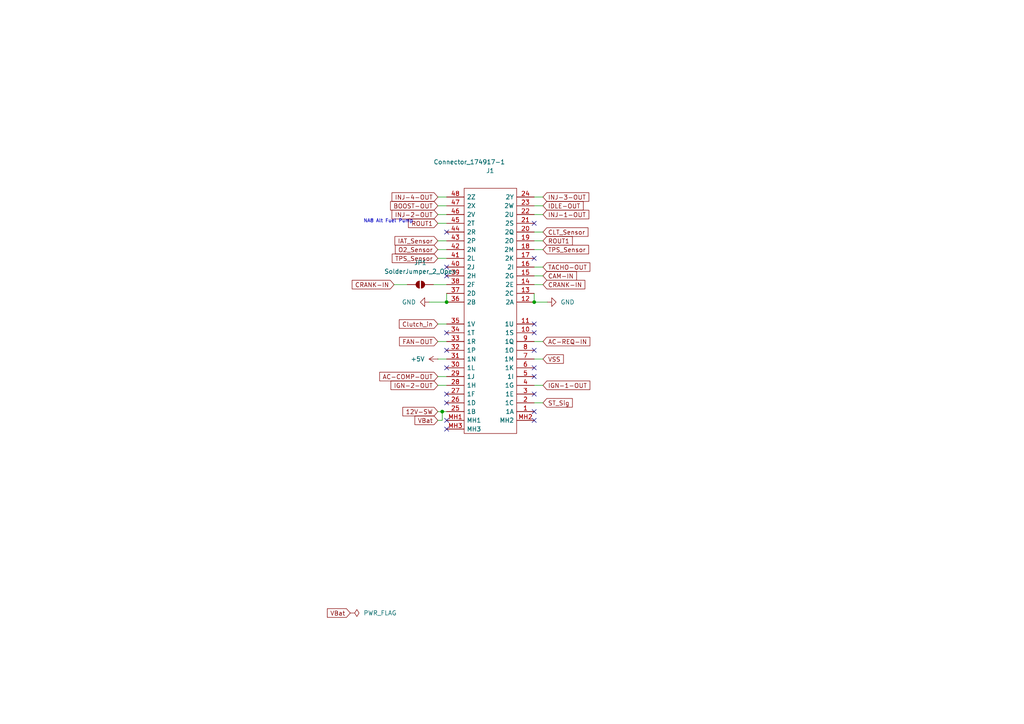
<source format=kicad_sch>
(kicad_sch
	(version 20231120)
	(generator "eeschema")
	(generator_version "8.0")
	(uuid "59135c3a-3fb0-467b-b009-6e3a3fa2d5b6")
	(paper "A4")
	(lib_symbols
		(symbol "Jumper:SolderJumper_2_Open"
			(pin_numbers hide)
			(pin_names
				(offset 0) hide)
			(exclude_from_sim yes)
			(in_bom no)
			(on_board yes)
			(property "Reference" "JP"
				(at 0 2.032 0)
				(effects
					(font
						(size 1.27 1.27)
					)
				)
			)
			(property "Value" "SolderJumper_2_Open"
				(at 0 -2.54 0)
				(effects
					(font
						(size 1.27 1.27)
					)
				)
			)
			(property "Footprint" ""
				(at 0 0 0)
				(effects
					(font
						(size 1.27 1.27)
					)
					(hide yes)
				)
			)
			(property "Datasheet" "~"
				(at 0 0 0)
				(effects
					(font
						(size 1.27 1.27)
					)
					(hide yes)
				)
			)
			(property "Description" "Solder Jumper, 2-pole, open"
				(at 0 0 0)
				(effects
					(font
						(size 1.27 1.27)
					)
					(hide yes)
				)
			)
			(property "ki_keywords" "solder jumper SPST"
				(at 0 0 0)
				(effects
					(font
						(size 1.27 1.27)
					)
					(hide yes)
				)
			)
			(property "ki_fp_filters" "SolderJumper*Open*"
				(at 0 0 0)
				(effects
					(font
						(size 1.27 1.27)
					)
					(hide yes)
				)
			)
			(symbol "SolderJumper_2_Open_0_1"
				(arc
					(start -0.254 1.016)
					(mid -1.2656 0)
					(end -0.254 -1.016)
					(stroke
						(width 0)
						(type default)
					)
					(fill
						(type none)
					)
				)
				(arc
					(start -0.254 1.016)
					(mid -1.2656 0)
					(end -0.254 -1.016)
					(stroke
						(width 0)
						(type default)
					)
					(fill
						(type outline)
					)
				)
				(polyline
					(pts
						(xy -0.254 1.016) (xy -0.254 -1.016)
					)
					(stroke
						(width 0)
						(type default)
					)
					(fill
						(type none)
					)
				)
				(polyline
					(pts
						(xy 0.254 1.016) (xy 0.254 -1.016)
					)
					(stroke
						(width 0)
						(type default)
					)
					(fill
						(type none)
					)
				)
				(arc
					(start 0.254 -1.016)
					(mid 1.2656 0)
					(end 0.254 1.016)
					(stroke
						(width 0)
						(type default)
					)
					(fill
						(type none)
					)
				)
				(arc
					(start 0.254 -1.016)
					(mid 1.2656 0)
					(end 0.254 1.016)
					(stroke
						(width 0)
						(type default)
					)
					(fill
						(type outline)
					)
				)
			)
			(symbol "SolderJumper_2_Open_1_1"
				(pin passive line
					(at -3.81 0 0)
					(length 2.54)
					(name "A"
						(effects
							(font
								(size 1.27 1.27)
							)
						)
					)
					(number "1"
						(effects
							(font
								(size 1.27 1.27)
							)
						)
					)
				)
				(pin passive line
					(at 3.81 0 180)
					(length 2.54)
					(name "B"
						(effects
							(font
								(size 1.27 1.27)
							)
						)
					)
					(number "2"
						(effects
							(font
								(size 1.27 1.27)
							)
						)
					)
				)
			)
		)
		(symbol "miatuino:174917-1-Connector"
			(pin_names
				(offset 0.762)
			)
			(exclude_from_sim no)
			(in_bom yes)
			(on_board yes)
			(property "Reference" "J"
				(at 40.64 -6.35 0)
				(effects
					(font
						(size 1.27 1.27)
					)
					(justify left)
				)
			)
			(property "Value" "Connector_174917-1"
				(at 26.67 -6.35 0)
				(effects
					(font
						(size 1.27 1.27)
					)
					(justify left)
				)
			)
			(property "Footprint" "1749171"
				(at 40.64 -11.43 0)
				(effects
					(font
						(size 1.27 1.27)
					)
					(justify left)
					(hide yes)
				)
			)
			(property "Datasheet" "http://uk.rs-online.com/web/p/products/7201001P"
				(at 40.64 -13.97 0)
				(effects
					(font
						(size 1.27 1.27)
					)
					(justify left)
					(hide yes)
				)
			)
			(property "Description" "0.40/0.70 Hybrid Housing,cap,r/a,DR,48w"
				(at 40.64 -16.51 0)
				(effects
					(font
						(size 1.27 1.27)
					)
					(justify left)
					(hide yes)
				)
			)
			(property "Height" "22.2"
				(at 40.64 -19.05 0)
				(effects
					(font
						(size 1.27 1.27)
					)
					(justify left)
					(hide yes)
				)
			)
			(property "RS Part Number" "7201001P"
				(at 40.64 -21.59 0)
				(effects
					(font
						(size 1.27 1.27)
					)
					(justify left)
					(hide yes)
				)
			)
			(property "RS Price/Stock" "http://uk.rs-online.com/web/p/products/7201001P"
				(at 40.64 -24.13 0)
				(effects
					(font
						(size 1.27 1.27)
					)
					(justify left)
					(hide yes)
				)
			)
			(property "Manufacturer_Name" "TE Connectivity"
				(at 40.64 -26.67 0)
				(effects
					(font
						(size 1.27 1.27)
					)
					(justify left)
					(hide yes)
				)
			)
			(property "Manufacturer_Part_Number" "174917-1"
				(at 40.64 -29.21 0)
				(effects
					(font
						(size 1.27 1.27)
					)
					(justify left)
					(hide yes)
				)
			)
			(property "Allied_Number" "70284153"
				(at 40.64 -31.75 0)
				(effects
					(font
						(size 1.27 1.27)
					)
					(justify left)
					(hide yes)
				)
			)
			(symbol "174917-1-Connector_0_0"
				(pin bidirectional line
					(at 44.45 -72.39 180)
					(length 5.08)
					(name "1A"
						(effects
							(font
								(size 1.27 1.27)
							)
						)
					)
					(number "1"
						(effects
							(font
								(size 1.27 1.27)
							)
						)
					)
				)
				(pin bidirectional line
					(at 44.45 -49.53 180)
					(length 5.08)
					(name "1S"
						(effects
							(font
								(size 1.27 1.27)
							)
						)
					)
					(number "10"
						(effects
							(font
								(size 1.27 1.27)
							)
						)
					)
				)
				(pin bidirectional line
					(at 44.45 -46.99 180)
					(length 5.08)
					(name "1U"
						(effects
							(font
								(size 1.27 1.27)
							)
						)
					)
					(number "11"
						(effects
							(font
								(size 1.27 1.27)
							)
						)
					)
				)
				(pin bidirectional line
					(at 44.45 -40.64 180)
					(length 5.08)
					(name "2A"
						(effects
							(font
								(size 1.27 1.27)
							)
						)
					)
					(number "12"
						(effects
							(font
								(size 1.27 1.27)
							)
						)
					)
				)
				(pin bidirectional line
					(at 44.45 -38.1 180)
					(length 5.08)
					(name "2C"
						(effects
							(font
								(size 1.27 1.27)
							)
						)
					)
					(number "13"
						(effects
							(font
								(size 1.27 1.27)
							)
						)
					)
				)
				(pin bidirectional line
					(at 44.45 -35.56 180)
					(length 5.08)
					(name "2E"
						(effects
							(font
								(size 1.27 1.27)
							)
						)
					)
					(number "14"
						(effects
							(font
								(size 1.27 1.27)
							)
						)
					)
				)
				(pin bidirectional line
					(at 44.45 -33.02 180)
					(length 5.08)
					(name "2G"
						(effects
							(font
								(size 1.27 1.27)
							)
						)
					)
					(number "15"
						(effects
							(font
								(size 1.27 1.27)
							)
						)
					)
				)
				(pin bidirectional line
					(at 44.45 -30.48 180)
					(length 5.08)
					(name "2I"
						(effects
							(font
								(size 1.27 1.27)
							)
						)
					)
					(number "16"
						(effects
							(font
								(size 1.27 1.27)
							)
						)
					)
				)
				(pin bidirectional line
					(at 44.45 -27.94 180)
					(length 5.08)
					(name "2K"
						(effects
							(font
								(size 1.27 1.27)
							)
						)
					)
					(number "17"
						(effects
							(font
								(size 1.27 1.27)
							)
						)
					)
				)
				(pin bidirectional line
					(at 44.45 -25.4 180)
					(length 5.08)
					(name "2M"
						(effects
							(font
								(size 1.27 1.27)
							)
						)
					)
					(number "18"
						(effects
							(font
								(size 1.27 1.27)
							)
						)
					)
				)
				(pin bidirectional line
					(at 44.45 -22.86 180)
					(length 5.08)
					(name "2O"
						(effects
							(font
								(size 1.27 1.27)
							)
						)
					)
					(number "19"
						(effects
							(font
								(size 1.27 1.27)
							)
						)
					)
				)
				(pin bidirectional line
					(at 44.45 -69.85 180)
					(length 5.08)
					(name "1C"
						(effects
							(font
								(size 1.27 1.27)
							)
						)
					)
					(number "2"
						(effects
							(font
								(size 1.27 1.27)
							)
						)
					)
				)
				(pin bidirectional line
					(at 44.45 -20.32 180)
					(length 5.08)
					(name "2Q"
						(effects
							(font
								(size 1.27 1.27)
							)
						)
					)
					(number "20"
						(effects
							(font
								(size 1.27 1.27)
							)
						)
					)
				)
				(pin bidirectional line
					(at 44.45 -17.78 180)
					(length 5.08)
					(name "2S"
						(effects
							(font
								(size 1.27 1.27)
							)
						)
					)
					(number "21"
						(effects
							(font
								(size 1.27 1.27)
							)
						)
					)
				)
				(pin bidirectional line
					(at 44.45 -15.24 180)
					(length 5.08)
					(name "2U"
						(effects
							(font
								(size 1.27 1.27)
							)
						)
					)
					(number "22"
						(effects
							(font
								(size 1.27 1.27)
							)
						)
					)
				)
				(pin bidirectional line
					(at 44.45 -12.7 180)
					(length 5.08)
					(name "2W"
						(effects
							(font
								(size 1.27 1.27)
							)
						)
					)
					(number "23"
						(effects
							(font
								(size 1.27 1.27)
							)
						)
					)
				)
				(pin bidirectional line
					(at 44.45 -10.16 180)
					(length 5.08)
					(name "2Y"
						(effects
							(font
								(size 1.27 1.27)
							)
						)
					)
					(number "24"
						(effects
							(font
								(size 1.27 1.27)
							)
						)
					)
				)
				(pin bidirectional line
					(at 19.05 -72.39 0)
					(length 5.08)
					(name "1B"
						(effects
							(font
								(size 1.27 1.27)
							)
						)
					)
					(number "25"
						(effects
							(font
								(size 1.27 1.27)
							)
						)
					)
				)
				(pin bidirectional line
					(at 19.05 -69.85 0)
					(length 5.08)
					(name "1D"
						(effects
							(font
								(size 1.27 1.27)
							)
						)
					)
					(number "26"
						(effects
							(font
								(size 1.27 1.27)
							)
						)
					)
				)
				(pin bidirectional line
					(at 19.05 -67.31 0)
					(length 5.08)
					(name "1F"
						(effects
							(font
								(size 1.27 1.27)
							)
						)
					)
					(number "27"
						(effects
							(font
								(size 1.27 1.27)
							)
						)
					)
				)
				(pin bidirectional line
					(at 19.05 -64.77 0)
					(length 5.08)
					(name "1H"
						(effects
							(font
								(size 1.27 1.27)
							)
						)
					)
					(number "28"
						(effects
							(font
								(size 1.27 1.27)
							)
						)
					)
				)
				(pin bidirectional line
					(at 19.05 -62.23 0)
					(length 5.08)
					(name "1J"
						(effects
							(font
								(size 1.27 1.27)
							)
						)
					)
					(number "29"
						(effects
							(font
								(size 1.27 1.27)
							)
						)
					)
				)
				(pin bidirectional line
					(at 44.45 -67.31 180)
					(length 5.08)
					(name "1E"
						(effects
							(font
								(size 1.27 1.27)
							)
						)
					)
					(number "3"
						(effects
							(font
								(size 1.27 1.27)
							)
						)
					)
				)
				(pin bidirectional line
					(at 19.05 -59.69 0)
					(length 5.08)
					(name "1L"
						(effects
							(font
								(size 1.27 1.27)
							)
						)
					)
					(number "30"
						(effects
							(font
								(size 1.27 1.27)
							)
						)
					)
				)
				(pin bidirectional line
					(at 19.05 -57.15 0)
					(length 5.08)
					(name "1N"
						(effects
							(font
								(size 1.27 1.27)
							)
						)
					)
					(number "31"
						(effects
							(font
								(size 1.27 1.27)
							)
						)
					)
				)
				(pin bidirectional line
					(at 19.05 -54.61 0)
					(length 5.08)
					(name "1P"
						(effects
							(font
								(size 1.27 1.27)
							)
						)
					)
					(number "32"
						(effects
							(font
								(size 1.27 1.27)
							)
						)
					)
				)
				(pin bidirectional line
					(at 19.05 -52.07 0)
					(length 5.08)
					(name "1R"
						(effects
							(font
								(size 1.27 1.27)
							)
						)
					)
					(number "33"
						(effects
							(font
								(size 1.27 1.27)
							)
						)
					)
				)
				(pin bidirectional line
					(at 19.05 -49.53 0)
					(length 5.08)
					(name "1T"
						(effects
							(font
								(size 1.27 1.27)
							)
						)
					)
					(number "34"
						(effects
							(font
								(size 1.27 1.27)
							)
						)
					)
				)
				(pin bidirectional line
					(at 19.05 -46.99 0)
					(length 5.08)
					(name "1V"
						(effects
							(font
								(size 1.27 1.27)
							)
						)
					)
					(number "35"
						(effects
							(font
								(size 1.27 1.27)
							)
						)
					)
				)
				(pin bidirectional line
					(at 19.05 -40.64 0)
					(length 5.08)
					(name "2B"
						(effects
							(font
								(size 1.27 1.27)
							)
						)
					)
					(number "36"
						(effects
							(font
								(size 1.27 1.27)
							)
						)
					)
				)
				(pin bidirectional line
					(at 19.05 -38.1 0)
					(length 5.08)
					(name "2D"
						(effects
							(font
								(size 1.27 1.27)
							)
						)
					)
					(number "37"
						(effects
							(font
								(size 1.27 1.27)
							)
						)
					)
				)
				(pin bidirectional line
					(at 19.05 -35.56 0)
					(length 5.08)
					(name "2F"
						(effects
							(font
								(size 1.27 1.27)
							)
						)
					)
					(number "38"
						(effects
							(font
								(size 1.27 1.27)
							)
						)
					)
				)
				(pin bidirectional line
					(at 19.05 -33.02 0)
					(length 5.08)
					(name "2H"
						(effects
							(font
								(size 1.27 1.27)
							)
						)
					)
					(number "39"
						(effects
							(font
								(size 1.27 1.27)
							)
						)
					)
				)
				(pin bidirectional line
					(at 44.45 -64.77 180)
					(length 5.08)
					(name "1G"
						(effects
							(font
								(size 1.27 1.27)
							)
						)
					)
					(number "4"
						(effects
							(font
								(size 1.27 1.27)
							)
						)
					)
				)
				(pin bidirectional line
					(at 19.05 -30.48 0)
					(length 5.08)
					(name "2J"
						(effects
							(font
								(size 1.27 1.27)
							)
						)
					)
					(number "40"
						(effects
							(font
								(size 1.27 1.27)
							)
						)
					)
				)
				(pin bidirectional line
					(at 19.05 -27.94 0)
					(length 5.08)
					(name "2L"
						(effects
							(font
								(size 1.27 1.27)
							)
						)
					)
					(number "41"
						(effects
							(font
								(size 1.27 1.27)
							)
						)
					)
				)
				(pin bidirectional line
					(at 19.05 -25.4 0)
					(length 5.08)
					(name "2N"
						(effects
							(font
								(size 1.27 1.27)
							)
						)
					)
					(number "42"
						(effects
							(font
								(size 1.27 1.27)
							)
						)
					)
				)
				(pin bidirectional line
					(at 19.05 -22.86 0)
					(length 5.08)
					(name "2P"
						(effects
							(font
								(size 1.27 1.27)
							)
						)
					)
					(number "43"
						(effects
							(font
								(size 1.27 1.27)
							)
						)
					)
				)
				(pin bidirectional line
					(at 19.05 -20.32 0)
					(length 5.08)
					(name "2R"
						(effects
							(font
								(size 1.27 1.27)
							)
						)
					)
					(number "44"
						(effects
							(font
								(size 1.27 1.27)
							)
						)
					)
				)
				(pin bidirectional line
					(at 19.05 -17.78 0)
					(length 5.08)
					(name "2T"
						(effects
							(font
								(size 1.27 1.27)
							)
						)
					)
					(number "45"
						(effects
							(font
								(size 1.27 1.27)
							)
						)
					)
				)
				(pin bidirectional line
					(at 19.05 -15.24 0)
					(length 5.08)
					(name "2V"
						(effects
							(font
								(size 1.27 1.27)
							)
						)
					)
					(number "46"
						(effects
							(font
								(size 1.27 1.27)
							)
						)
					)
				)
				(pin bidirectional line
					(at 19.05 -12.7 0)
					(length 5.08)
					(name "2X"
						(effects
							(font
								(size 1.27 1.27)
							)
						)
					)
					(number "47"
						(effects
							(font
								(size 1.27 1.27)
							)
						)
					)
				)
				(pin bidirectional line
					(at 19.05 -10.16 0)
					(length 5.08)
					(name "2Z"
						(effects
							(font
								(size 1.27 1.27)
							)
						)
					)
					(number "48"
						(effects
							(font
								(size 1.27 1.27)
							)
						)
					)
				)
				(pin bidirectional line
					(at 44.45 -62.23 180)
					(length 5.08)
					(name "1I"
						(effects
							(font
								(size 1.27 1.27)
							)
						)
					)
					(number "5"
						(effects
							(font
								(size 1.27 1.27)
							)
						)
					)
				)
				(pin bidirectional line
					(at 44.45 -59.69 180)
					(length 5.08)
					(name "1K"
						(effects
							(font
								(size 1.27 1.27)
							)
						)
					)
					(number "6"
						(effects
							(font
								(size 1.27 1.27)
							)
						)
					)
				)
				(pin bidirectional line
					(at 44.45 -57.15 180)
					(length 5.08)
					(name "1M"
						(effects
							(font
								(size 1.27 1.27)
							)
						)
					)
					(number "7"
						(effects
							(font
								(size 1.27 1.27)
							)
						)
					)
				)
				(pin bidirectional line
					(at 44.45 -54.61 180)
					(length 5.08)
					(name "1O"
						(effects
							(font
								(size 1.27 1.27)
							)
						)
					)
					(number "8"
						(effects
							(font
								(size 1.27 1.27)
							)
						)
					)
				)
				(pin bidirectional line
					(at 44.45 -52.07 180)
					(length 5.08)
					(name "1Q"
						(effects
							(font
								(size 1.27 1.27)
							)
						)
					)
					(number "9"
						(effects
							(font
								(size 1.27 1.27)
							)
						)
					)
				)
				(pin bidirectional line
					(at 19.05 -74.93 0)
					(length 5.08)
					(name "MH1"
						(effects
							(font
								(size 1.27 1.27)
							)
						)
					)
					(number "MH1"
						(effects
							(font
								(size 1.27 1.27)
							)
						)
					)
				)
				(pin bidirectional line
					(at 44.45 -74.93 180)
					(length 5.08)
					(name "MH2"
						(effects
							(font
								(size 1.27 1.27)
							)
						)
					)
					(number "MH2"
						(effects
							(font
								(size 1.27 1.27)
							)
						)
					)
				)
				(pin bidirectional line
					(at 19.05 -77.47 0)
					(length 5.08)
					(name "MH3"
						(effects
							(font
								(size 1.27 1.27)
							)
						)
					)
					(number "MH3"
						(effects
							(font
								(size 1.27 1.27)
							)
						)
					)
				)
			)
			(symbol "174917-1-Connector_0_1"
				(polyline
					(pts
						(xy 24.13 -7.62) (xy 39.37 -7.62) (xy 39.37 -78.74) (xy 24.13 -78.74) (xy 24.13 -7.62)
					)
					(stroke
						(width 0.1524)
						(type solid)
					)
					(fill
						(type none)
					)
				)
			)
		)
		(symbol "power:+5V"
			(power)
			(pin_numbers hide)
			(pin_names
				(offset 0) hide)
			(exclude_from_sim no)
			(in_bom yes)
			(on_board yes)
			(property "Reference" "#PWR"
				(at 0 -3.81 0)
				(effects
					(font
						(size 1.27 1.27)
					)
					(hide yes)
				)
			)
			(property "Value" "+5V"
				(at 0 3.556 0)
				(effects
					(font
						(size 1.27 1.27)
					)
				)
			)
			(property "Footprint" ""
				(at 0 0 0)
				(effects
					(font
						(size 1.27 1.27)
					)
					(hide yes)
				)
			)
			(property "Datasheet" ""
				(at 0 0 0)
				(effects
					(font
						(size 1.27 1.27)
					)
					(hide yes)
				)
			)
			(property "Description" "Power symbol creates a global label with name \"+5V\""
				(at 0 0 0)
				(effects
					(font
						(size 1.27 1.27)
					)
					(hide yes)
				)
			)
			(property "ki_keywords" "global power"
				(at 0 0 0)
				(effects
					(font
						(size 1.27 1.27)
					)
					(hide yes)
				)
			)
			(symbol "+5V_0_1"
				(polyline
					(pts
						(xy -0.762 1.27) (xy 0 2.54)
					)
					(stroke
						(width 0)
						(type default)
					)
					(fill
						(type none)
					)
				)
				(polyline
					(pts
						(xy 0 0) (xy 0 2.54)
					)
					(stroke
						(width 0)
						(type default)
					)
					(fill
						(type none)
					)
				)
				(polyline
					(pts
						(xy 0 2.54) (xy 0.762 1.27)
					)
					(stroke
						(width 0)
						(type default)
					)
					(fill
						(type none)
					)
				)
			)
			(symbol "+5V_1_1"
				(pin power_in line
					(at 0 0 90)
					(length 0)
					(name "~"
						(effects
							(font
								(size 1.27 1.27)
							)
						)
					)
					(number "1"
						(effects
							(font
								(size 1.27 1.27)
							)
						)
					)
				)
			)
		)
		(symbol "power:GND"
			(power)
			(pin_numbers hide)
			(pin_names
				(offset 0) hide)
			(exclude_from_sim no)
			(in_bom yes)
			(on_board yes)
			(property "Reference" "#PWR"
				(at 0 -6.35 0)
				(effects
					(font
						(size 1.27 1.27)
					)
					(hide yes)
				)
			)
			(property "Value" "GND"
				(at 0 -3.81 0)
				(effects
					(font
						(size 1.27 1.27)
					)
				)
			)
			(property "Footprint" ""
				(at 0 0 0)
				(effects
					(font
						(size 1.27 1.27)
					)
					(hide yes)
				)
			)
			(property "Datasheet" ""
				(at 0 0 0)
				(effects
					(font
						(size 1.27 1.27)
					)
					(hide yes)
				)
			)
			(property "Description" "Power symbol creates a global label with name \"GND\" , ground"
				(at 0 0 0)
				(effects
					(font
						(size 1.27 1.27)
					)
					(hide yes)
				)
			)
			(property "ki_keywords" "global power"
				(at 0 0 0)
				(effects
					(font
						(size 1.27 1.27)
					)
					(hide yes)
				)
			)
			(symbol "GND_0_1"
				(polyline
					(pts
						(xy 0 0) (xy 0 -1.27) (xy 1.27 -1.27) (xy 0 -2.54) (xy -1.27 -1.27) (xy 0 -1.27)
					)
					(stroke
						(width 0)
						(type default)
					)
					(fill
						(type none)
					)
				)
			)
			(symbol "GND_1_1"
				(pin power_in line
					(at 0 0 270)
					(length 0)
					(name "~"
						(effects
							(font
								(size 1.27 1.27)
							)
						)
					)
					(number "1"
						(effects
							(font
								(size 1.27 1.27)
							)
						)
					)
				)
			)
		)
		(symbol "power:PWR_FLAG"
			(power)
			(pin_numbers hide)
			(pin_names
				(offset 0) hide)
			(exclude_from_sim no)
			(in_bom yes)
			(on_board yes)
			(property "Reference" "#FLG"
				(at 0 1.905 0)
				(effects
					(font
						(size 1.27 1.27)
					)
					(hide yes)
				)
			)
			(property "Value" "PWR_FLAG"
				(at 0 3.81 0)
				(effects
					(font
						(size 1.27 1.27)
					)
				)
			)
			(property "Footprint" ""
				(at 0 0 0)
				(effects
					(font
						(size 1.27 1.27)
					)
					(hide yes)
				)
			)
			(property "Datasheet" "~"
				(at 0 0 0)
				(effects
					(font
						(size 1.27 1.27)
					)
					(hide yes)
				)
			)
			(property "Description" "Special symbol for telling ERC where power comes from"
				(at 0 0 0)
				(effects
					(font
						(size 1.27 1.27)
					)
					(hide yes)
				)
			)
			(property "ki_keywords" "flag power"
				(at 0 0 0)
				(effects
					(font
						(size 1.27 1.27)
					)
					(hide yes)
				)
			)
			(symbol "PWR_FLAG_0_0"
				(pin power_out line
					(at 0 0 90)
					(length 0)
					(name "~"
						(effects
							(font
								(size 1.27 1.27)
							)
						)
					)
					(number "1"
						(effects
							(font
								(size 1.27 1.27)
							)
						)
					)
				)
			)
			(symbol "PWR_FLAG_0_1"
				(polyline
					(pts
						(xy 0 0) (xy 0 1.27) (xy -1.016 1.905) (xy 0 2.54) (xy 1.016 1.905) (xy 0 1.27)
					)
					(stroke
						(width 0)
						(type default)
					)
					(fill
						(type none)
					)
				)
			)
		)
	)
	(junction
		(at 128.27 119.38)
		(diameter 0)
		(color 0 0 0 0)
		(uuid "17fe5959-d496-45d2-8400-6822cf09acb2")
	)
	(junction
		(at 154.94 87.63)
		(diameter 0)
		(color 0 0 0 0)
		(uuid "a9b940e6-3a67-4911-bd38-f3d4ae25503f")
	)
	(junction
		(at 129.54 87.63)
		(diameter 0)
		(color 0 0 0 0)
		(uuid "c55076c0-412c-4486-b743-70cf7a30ad91")
	)
	(no_connect
		(at 129.54 101.6)
		(uuid "112f0c32-5b3e-4006-aab8-859f00e8f4ff")
	)
	(no_connect
		(at 129.54 121.92)
		(uuid "17d22d46-4323-486e-a490-7ffdeb82331a")
	)
	(no_connect
		(at 154.94 93.98)
		(uuid "1ec1e5ad-83f1-42b0-8a0e-ecff7ffae1c3")
	)
	(no_connect
		(at 129.54 124.46)
		(uuid "22983b2f-cca7-4318-97cd-bdc03a00118c")
	)
	(no_connect
		(at 129.54 106.68)
		(uuid "25b33438-02d5-45e9-80fd-06045cf9dea1")
	)
	(no_connect
		(at 154.94 109.22)
		(uuid "294b976b-b9d0-4698-bc0f-58fa84b96646")
	)
	(no_connect
		(at 154.94 119.38)
		(uuid "2acbcd25-dc61-403c-99cd-3ea30931d3a9")
	)
	(no_connect
		(at 154.94 106.68)
		(uuid "4c6da4f1-31b8-4ed2-b14c-21c28fc5d7e1")
	)
	(no_connect
		(at 154.94 74.93)
		(uuid "52562160-eed0-4113-bfa7-52958ad9bf84")
	)
	(no_connect
		(at 154.94 101.6)
		(uuid "7324dd3a-1c60-4216-ab61-f33920afa952")
	)
	(no_connect
		(at 129.54 116.84)
		(uuid "81c533f3-fbf5-48ba-9005-93279fb19982")
	)
	(no_connect
		(at 129.54 67.31)
		(uuid "8330cd8c-ce74-4952-870f-5f158c56ebf8")
	)
	(no_connect
		(at 154.94 64.77)
		(uuid "89af9237-5e61-4866-a2cd-a0a092eaa1bf")
	)
	(no_connect
		(at 129.54 77.47)
		(uuid "8d32b9ef-09d2-40da-adad-ad692ff86731")
	)
	(no_connect
		(at 154.94 114.3)
		(uuid "a2d40317-449b-403c-8d56-bf4f1e3befdb")
	)
	(no_connect
		(at 154.94 121.92)
		(uuid "b12a22f1-9325-408d-ab69-bdf6adc68c94")
	)
	(no_connect
		(at 154.94 96.52)
		(uuid "ce4174f6-db22-438f-b120-f616f5dd99fa")
	)
	(no_connect
		(at 129.54 96.52)
		(uuid "df84b238-cd89-4cce-b658-14481a86e6f9")
	)
	(no_connect
		(at 129.54 114.3)
		(uuid "e0111080-92b1-449b-ac0b-246ed8f8f0b7")
	)
	(no_connect
		(at 129.54 80.01)
		(uuid "ea3c2057-8425-4a02-8556-8d440feac895")
	)
	(wire
		(pts
			(xy 124.46 87.63) (xy 129.54 87.63)
		)
		(stroke
			(width 0)
			(type default)
		)
		(uuid "00190a1d-1508-452a-bb18-4bbaafb7f97d")
	)
	(wire
		(pts
			(xy 157.48 80.01) (xy 154.94 80.01)
		)
		(stroke
			(width 0)
			(type default)
		)
		(uuid "0039d782-d7bf-415e-b75b-7cff63c66ba9")
	)
	(wire
		(pts
			(xy 157.48 59.69) (xy 154.94 59.69)
		)
		(stroke
			(width 0)
			(type default)
		)
		(uuid "05cc9bf4-20ca-4f3d-aa54-7515bb27d8cc")
	)
	(wire
		(pts
			(xy 125.73 82.55) (xy 129.54 82.55)
		)
		(stroke
			(width 0)
			(type default)
		)
		(uuid "0e2875c7-3694-4402-a253-8abca9a33202")
	)
	(wire
		(pts
			(xy 127 62.23) (xy 129.54 62.23)
		)
		(stroke
			(width 0)
			(type default)
		)
		(uuid "0e39075c-a58a-4e3e-9da4-2a82079cc3fc")
	)
	(wire
		(pts
			(xy 129.54 85.09) (xy 129.54 87.63)
		)
		(stroke
			(width 0)
			(type default)
		)
		(uuid "13081e72-2acd-4858-b0a1-d13ceade9248")
	)
	(wire
		(pts
			(xy 157.48 99.06) (xy 154.94 99.06)
		)
		(stroke
			(width 0)
			(type default)
		)
		(uuid "1cc05712-907c-4fca-b05d-d4624a6a630d")
	)
	(wire
		(pts
			(xy 128.27 121.92) (xy 128.27 119.38)
		)
		(stroke
			(width 0)
			(type default)
		)
		(uuid "1cd145e9-5e19-458a-bdfa-85f40927f437")
	)
	(wire
		(pts
			(xy 127 93.98) (xy 129.54 93.98)
		)
		(stroke
			(width 0)
			(type default)
		)
		(uuid "1d12df01-82e1-470a-865f-167fe47a85b8")
	)
	(wire
		(pts
			(xy 127 119.38) (xy 128.27 119.38)
		)
		(stroke
			(width 0)
			(type default)
		)
		(uuid "23b02dd9-c23a-4f00-91d8-6810d59ba3a9")
	)
	(wire
		(pts
			(xy 127 99.06) (xy 129.54 99.06)
		)
		(stroke
			(width 0)
			(type default)
		)
		(uuid "240a37cf-2a4a-4ce6-aa78-8c611943d17d")
	)
	(wire
		(pts
			(xy 127 104.14) (xy 129.54 104.14)
		)
		(stroke
			(width 0)
			(type default)
		)
		(uuid "24eca839-1ce8-4f43-836c-667631d9b525")
	)
	(wire
		(pts
			(xy 157.48 104.14) (xy 154.94 104.14)
		)
		(stroke
			(width 0)
			(type default)
		)
		(uuid "2abbb0e2-2dcb-48ed-93d3-759695e0db1a")
	)
	(wire
		(pts
			(xy 157.48 67.31) (xy 154.94 67.31)
		)
		(stroke
			(width 0)
			(type default)
		)
		(uuid "2e8a4dce-8bb8-48ad-9d69-f399dd34afb4")
	)
	(wire
		(pts
			(xy 127 64.77) (xy 129.54 64.77)
		)
		(stroke
			(width 0)
			(type default)
		)
		(uuid "347c4c6b-e42a-4035-8b6e-fb7b9d67a58c")
	)
	(wire
		(pts
			(xy 157.48 111.76) (xy 154.94 111.76)
		)
		(stroke
			(width 0)
			(type default)
		)
		(uuid "3b9f7dcb-88b3-4e53-a39f-ae78f36e2e45")
	)
	(wire
		(pts
			(xy 154.94 87.63) (xy 158.75 87.63)
		)
		(stroke
			(width 0)
			(type default)
		)
		(uuid "4ff0b0f1-61e9-49a5-9e54-39e979be4ee1")
	)
	(wire
		(pts
			(xy 157.48 72.39) (xy 154.94 72.39)
		)
		(stroke
			(width 0)
			(type default)
		)
		(uuid "5daaa14d-7094-469f-8dd8-4404deaac762")
	)
	(wire
		(pts
			(xy 157.48 69.85) (xy 154.94 69.85)
		)
		(stroke
			(width 0)
			(type default)
		)
		(uuid "5e7161e0-07c3-4a9c-aa9e-b013f6007b0a")
	)
	(wire
		(pts
			(xy 157.48 82.55) (xy 154.94 82.55)
		)
		(stroke
			(width 0)
			(type default)
		)
		(uuid "6d948231-5478-4481-be0c-d669d6db8767")
	)
	(wire
		(pts
			(xy 128.27 119.38) (xy 129.54 119.38)
		)
		(stroke
			(width 0)
			(type default)
		)
		(uuid "6ea843e7-0c5c-407f-8206-bbca0cbabaf0")
	)
	(wire
		(pts
			(xy 127 72.39) (xy 129.54 72.39)
		)
		(stroke
			(width 0)
			(type default)
		)
		(uuid "77d06c4e-ab26-4d55-a1d2-0b5816c6cb43")
	)
	(wire
		(pts
			(xy 127 121.92) (xy 128.27 121.92)
		)
		(stroke
			(width 0)
			(type default)
		)
		(uuid "79b10e4f-345c-40b0-9ca2-91665e37c90f")
	)
	(wire
		(pts
			(xy 127 74.93) (xy 129.54 74.93)
		)
		(stroke
			(width 0)
			(type default)
		)
		(uuid "91380a9f-f899-4d42-9df8-db52f73953b1")
	)
	(wire
		(pts
			(xy 127 59.69) (xy 129.54 59.69)
		)
		(stroke
			(width 0)
			(type default)
		)
		(uuid "98509c0a-e0e1-4f53-bf82-254627cd433f")
	)
	(wire
		(pts
			(xy 154.94 57.15) (xy 157.48 57.15)
		)
		(stroke
			(width 0)
			(type default)
		)
		(uuid "98b8e0a3-218d-4e7f-90c3-fee99e47634c")
	)
	(wire
		(pts
			(xy 157.48 116.84) (xy 154.94 116.84)
		)
		(stroke
			(width 0)
			(type default)
		)
		(uuid "9c495c1e-6413-4649-8499-b4eb48542803")
	)
	(wire
		(pts
			(xy 154.94 85.09) (xy 154.94 87.63)
		)
		(stroke
			(width 0)
			(type default)
		)
		(uuid "a64ca0df-e646-4a42-aaa4-40cbc0168eb5")
	)
	(wire
		(pts
			(xy 127 69.85) (xy 129.54 69.85)
		)
		(stroke
			(width 0)
			(type default)
		)
		(uuid "acd70184-2bc6-4a96-91e5-964aa8737c55")
	)
	(wire
		(pts
			(xy 127 109.22) (xy 129.54 109.22)
		)
		(stroke
			(width 0)
			(type default)
		)
		(uuid "ae9340a5-7a4c-4a63-a1ae-6ee5cf81519d")
	)
	(wire
		(pts
			(xy 127 57.15) (xy 129.54 57.15)
		)
		(stroke
			(width 0)
			(type default)
		)
		(uuid "bd5ddaf8-e1c9-4b5a-8780-b92ff5e871c8")
	)
	(wire
		(pts
			(xy 157.48 62.23) (xy 154.94 62.23)
		)
		(stroke
			(width 0)
			(type default)
		)
		(uuid "c60b123c-275b-4d9c-ad0f-4c9f0f6ed0ea")
	)
	(wire
		(pts
			(xy 114.3 82.55) (xy 118.11 82.55)
		)
		(stroke
			(width 0)
			(type default)
		)
		(uuid "dac55bde-fca4-40e9-a614-e39d579214fb")
	)
	(wire
		(pts
			(xy 157.48 77.47) (xy 154.94 77.47)
		)
		(stroke
			(width 0)
			(type default)
		)
		(uuid "f0baf7c0-a434-4bed-bc77-cfd5ae64baec")
	)
	(wire
		(pts
			(xy 127 111.76) (xy 129.54 111.76)
		)
		(stroke
			(width 0)
			(type default)
		)
		(uuid "fb57ddc7-8c88-4838-a45f-2d3e435ef286")
	)
	(text "NA8 Alt Fuel Pump"
		(exclude_from_sim no)
		(at 105.41 64.77 0)
		(effects
			(font
				(size 0.9906 0.9906)
			)
			(justify left bottom)
		)
		(uuid "d7c97854-11fd-459b-8389-2426a9764e89")
	)
	(global_label "IAT_Sensor"
		(shape input)
		(at 127 69.85 180)
		(effects
			(font
				(size 1.27 1.27)
			)
			(justify right)
		)
		(uuid "01836c5e-52c1-4f1c-bb14-5290b3913d0c")
		(property "Intersheetrefs" "${INTERSHEET_REFS}"
			(at 127 69.85 0)
			(effects
				(font
					(size 1.27 1.27)
				)
				(hide yes)
			)
		)
	)
	(global_label "FAN-OUT"
		(shape input)
		(at 127 99.06 180)
		(effects
			(font
				(size 1.27 1.27)
			)
			(justify right)
		)
		(uuid "03f80daa-060c-4520-a85a-14efcb8fbfff")
		(property "Intersheetrefs" "${INTERSHEET_REFS}"
			(at 127 99.06 0)
			(effects
				(font
					(size 1.27 1.27)
				)
				(hide yes)
			)
		)
	)
	(global_label "CAM-IN"
		(shape input)
		(at 157.48 80.01 0)
		(effects
			(font
				(size 1.27 1.27)
			)
			(justify left)
		)
		(uuid "0db2fdc1-18f4-444d-b5a0-e5c0a8bdcf77")
		(property "Intersheetrefs" "${INTERSHEET_REFS}"
			(at 157.48 80.01 0)
			(effects
				(font
					(size 1.27 1.27)
				)
				(hide yes)
			)
		)
	)
	(global_label "INJ-3-OUT"
		(shape input)
		(at 157.48 57.15 0)
		(effects
			(font
				(size 1.27 1.27)
			)
			(justify left)
		)
		(uuid "0e691147-ead2-4d58-9e68-728d2de51af9")
		(property "Intersheetrefs" "${INTERSHEET_REFS}"
			(at 157.48 57.15 0)
			(effects
				(font
					(size 1.27 1.27)
				)
				(hide yes)
			)
		)
	)
	(global_label "INJ-4-OUT"
		(shape input)
		(at 127 57.15 180)
		(effects
			(font
				(size 1.27 1.27)
			)
			(justify right)
		)
		(uuid "1409d0dd-a275-4e82-858e-e5b250b3a48e")
		(property "Intersheetrefs" "${INTERSHEET_REFS}"
			(at 127 57.15 0)
			(effects
				(font
					(size 1.27 1.27)
				)
				(hide yes)
			)
		)
	)
	(global_label "Clutch_in"
		(shape input)
		(at 127 93.98 180)
		(effects
			(font
				(size 1.27 1.27)
			)
			(justify right)
		)
		(uuid "16e39213-c0a7-490e-b824-b6704e89f2a5")
		(property "Intersheetrefs" "${INTERSHEET_REFS}"
			(at 127 93.98 0)
			(effects
				(font
					(size 1.27 1.27)
				)
				(hide yes)
			)
		)
	)
	(global_label "CRANK-IN"
		(shape input)
		(at 157.48 82.55 0)
		(effects
			(font
				(size 1.27 1.27)
			)
			(justify left)
		)
		(uuid "1970ae1e-4c67-4a92-a5ce-8e6d2bacc0a2")
		(property "Intersheetrefs" "${INTERSHEET_REFS}"
			(at 157.48 82.55 0)
			(effects
				(font
					(size 1.27 1.27)
				)
				(hide yes)
			)
		)
	)
	(global_label "ST_Sig"
		(shape input)
		(at 157.48 116.84 0)
		(effects
			(font
				(size 1.27 1.27)
			)
			(justify left)
		)
		(uuid "258268a7-9804-4645-916d-5ebdfaa7730c")
		(property "Intersheetrefs" "${INTERSHEET_REFS}"
			(at 157.48 116.84 0)
			(effects
				(font
					(size 1.27 1.27)
				)
				(hide yes)
			)
		)
	)
	(global_label "IGN-1-OUT"
		(shape input)
		(at 157.48 111.76 0)
		(effects
			(font
				(size 1.27 1.27)
			)
			(justify left)
		)
		(uuid "2a2359e8-ce98-4afb-bd2d-8a14d4988c1f")
		(property "Intersheetrefs" "${INTERSHEET_REFS}"
			(at 157.48 111.76 0)
			(effects
				(font
					(size 1.27 1.27)
				)
				(hide yes)
			)
		)
	)
	(global_label "VBat"
		(shape input)
		(at 127 121.92 180)
		(effects
			(font
				(size 1.27 1.27)
			)
			(justify right)
		)
		(uuid "367b3e86-493d-4948-b01e-22c2ebfbb741")
		(property "Intersheetrefs" "${INTERSHEET_REFS}"
			(at 127 121.92 0)
			(effects
				(font
					(size 1.27 1.27)
				)
				(hide yes)
			)
		)
	)
	(global_label "TACHO-OUT"
		(shape input)
		(at 157.48 77.47 0)
		(effects
			(font
				(size 1.27 1.27)
			)
			(justify left)
		)
		(uuid "4a26f37b-d74d-46ee-ac10-236d8a189b82")
		(property "Intersheetrefs" "${INTERSHEET_REFS}"
			(at 157.48 77.47 0)
			(effects
				(font
					(size 1.27 1.27)
				)
				(hide yes)
			)
		)
	)
	(global_label "ROUT1"
		(shape input)
		(at 157.48 69.85 0)
		(effects
			(font
				(size 1.27 1.27)
			)
			(justify left)
		)
		(uuid "4da442ca-a61f-48b3-9386-e01b1932c615")
		(property "Intersheetrefs" "${INTERSHEET_REFS}"
			(at 157.48 69.85 0)
			(effects
				(font
					(size 1.27 1.27)
				)
				(hide yes)
			)
		)
	)
	(global_label "INJ-2-OUT"
		(shape input)
		(at 127 62.23 180)
		(effects
			(font
				(size 1.27 1.27)
			)
			(justify right)
		)
		(uuid "5ef8fd5f-e1fa-41b0-8199-be2037fd0495")
		(property "Intersheetrefs" "${INTERSHEET_REFS}"
			(at 127 62.23 0)
			(effects
				(font
					(size 1.27 1.27)
				)
				(hide yes)
			)
		)
	)
	(global_label "ROUT1"
		(shape input)
		(at 127 64.77 180)
		(effects
			(font
				(size 1.27 1.27)
			)
			(justify right)
		)
		(uuid "6196c83c-f3e7-48e9-b53a-7419f61c2a50")
		(property "Intersheetrefs" "${INTERSHEET_REFS}"
			(at 127 64.77 0)
			(effects
				(font
					(size 1.27 1.27)
				)
				(hide yes)
			)
		)
	)
	(global_label "IDLE-OUT"
		(shape input)
		(at 157.48 59.69 0)
		(effects
			(font
				(size 1.27 1.27)
			)
			(justify left)
		)
		(uuid "6b04717d-3e2f-45a4-b843-123503445368")
		(property "Intersheetrefs" "${INTERSHEET_REFS}"
			(at 157.48 59.69 0)
			(effects
				(font
					(size 1.27 1.27)
				)
				(hide yes)
			)
		)
	)
	(global_label "VBat"
		(shape input)
		(at 101.6 177.8 180)
		(effects
			(font
				(size 1.27 1.27)
			)
			(justify right)
		)
		(uuid "89a9c3c7-7617-4733-8b70-384d9209d2c0")
		(property "Intersheetrefs" "${INTERSHEET_REFS}"
			(at 101.6 177.8 0)
			(effects
				(font
					(size 1.27 1.27)
				)
				(hide yes)
			)
		)
	)
	(global_label "O2_Sensor"
		(shape input)
		(at 127 72.39 180)
		(effects
			(font
				(size 1.27 1.27)
			)
			(justify right)
		)
		(uuid "8caeb3e4-d7b4-460e-87de-7a8ecde327e5")
		(property "Intersheetrefs" "${INTERSHEET_REFS}"
			(at 127 72.39 0)
			(effects
				(font
					(size 1.27 1.27)
				)
				(hide yes)
			)
		)
	)
	(global_label "TPS_Sensor"
		(shape input)
		(at 157.48 72.39 0)
		(effects
			(font
				(size 1.27 1.27)
			)
			(justify left)
		)
		(uuid "965d1479-51f4-476f-9be9-d899dc32f8d5")
		(property "Intersheetrefs" "${INTERSHEET_REFS}"
			(at 157.48 72.39 0)
			(effects
				(font
					(size 1.27 1.27)
				)
				(hide yes)
			)
		)
	)
	(global_label "AC-REQ-IN"
		(shape input)
		(at 157.48 99.06 0)
		(fields_autoplaced yes)
		(effects
			(font
				(size 1.27 1.27)
			)
			(justify left)
		)
		(uuid "99e9e771-0507-460c-8485-497466c42806")
		(property "Intersheetrefs" "${INTERSHEET_REFS}"
			(at 171.6534 99.06 0)
			(effects
				(font
					(size 1.27 1.27)
				)
				(justify left)
				(hide yes)
			)
		)
	)
	(global_label "CRANK-IN"
		(shape input)
		(at 114.3 82.55 180)
		(effects
			(font
				(size 1.27 1.27)
			)
			(justify right)
		)
		(uuid "9b80e436-c69f-4d7c-ba2c-f628cd8c92b0")
		(property "Intersheetrefs" "${INTERSHEET_REFS}"
			(at 114.3 82.55 0)
			(effects
				(font
					(size 1.27 1.27)
				)
				(hide yes)
			)
		)
	)
	(global_label "BOOST-OUT"
		(shape input)
		(at 127 59.69 180)
		(effects
			(font
				(size 1.27 1.27)
			)
			(justify right)
		)
		(uuid "9fcf3dec-8360-4558-a6cc-d38679c36a36")
		(property "Intersheetrefs" "${INTERSHEET_REFS}"
			(at 127 59.69 0)
			(effects
				(font
					(size 1.27 1.27)
				)
				(hide yes)
			)
		)
	)
	(global_label "AC-COMP-OUT"
		(shape input)
		(at 127 109.22 180)
		(fields_autoplaced yes)
		(effects
			(font
				(size 1.27 1.27)
			)
			(justify right)
		)
		(uuid "a936b2e4-6da7-4cda-a1a5-8785aabb5178")
		(property "Intersheetrefs" "${INTERSHEET_REFS}"
			(at 109.5609 109.22 0)
			(effects
				(font
					(size 1.27 1.27)
				)
				(justify right)
				(hide yes)
			)
		)
	)
	(global_label "CLT_Sensor"
		(shape input)
		(at 157.48 67.31 0)
		(effects
			(font
				(size 1.27 1.27)
			)
			(justify left)
		)
		(uuid "bdc11e00-7040-455f-8046-32b7ec910887")
		(property "Intersheetrefs" "${INTERSHEET_REFS}"
			(at 157.48 67.31 0)
			(effects
				(font
					(size 1.27 1.27)
				)
				(hide yes)
			)
		)
	)
	(global_label "INJ-1-OUT"
		(shape input)
		(at 157.48 62.23 0)
		(effects
			(font
				(size 1.27 1.27)
			)
			(justify left)
		)
		(uuid "d7e6605c-7c49-4c57-a56b-e9f8a0417f5c")
		(property "Intersheetrefs" "${INTERSHEET_REFS}"
			(at 157.48 62.23 0)
			(effects
				(font
					(size 1.27 1.27)
				)
				(hide yes)
			)
		)
	)
	(global_label "TPS_Sensor"
		(shape input)
		(at 127 74.93 180)
		(effects
			(font
				(size 1.27 1.27)
			)
			(justify right)
		)
		(uuid "db2b924a-49dd-4ad9-9ae0-3395a9857b08")
		(property "Intersheetrefs" "${INTERSHEET_REFS}"
			(at 127 74.93 0)
			(effects
				(font
					(size 1.27 1.27)
				)
				(hide yes)
			)
		)
	)
	(global_label "VSS"
		(shape input)
		(at 157.48 104.14 0)
		(effects
			(font
				(size 1.27 1.27)
			)
			(justify left)
		)
		(uuid "f2b34f88-a00b-4cf9-91d5-b34d5b3d067a")
		(property "Intersheetrefs" "${INTERSHEET_REFS}"
			(at 157.48 104.14 0)
			(effects
				(font
					(size 1.27 1.27)
				)
				(hide yes)
			)
		)
	)
	(global_label "12V-SW"
		(shape input)
		(at 127 119.38 180)
		(effects
			(font
				(size 1.27 1.27)
			)
			(justify right)
		)
		(uuid "f4a850df-1a1a-4c5a-879d-57b509b59f3c")
		(property "Intersheetrefs" "${INTERSHEET_REFS}"
			(at 127 119.38 0)
			(effects
				(font
					(size 1.27 1.27)
				)
				(hide yes)
			)
		)
	)
	(global_label "IGN-2-OUT"
		(shape input)
		(at 127 111.76 180)
		(effects
			(font
				(size 1.27 1.27)
			)
			(justify right)
		)
		(uuid "fae96112-7718-46de-9997-cb8376d7801b")
		(property "Intersheetrefs" "${INTERSHEET_REFS}"
			(at 127 111.76 0)
			(effects
				(font
					(size 1.27 1.27)
				)
				(hide yes)
			)
		)
	)
	(symbol
		(lib_id "power:GND")
		(at 124.46 87.63 270)
		(unit 1)
		(exclude_from_sim no)
		(in_bom yes)
		(on_board yes)
		(dnp no)
		(fields_autoplaced yes)
		(uuid "237a445a-7aa7-4ed4-9a15-bb09c2a54285")
		(property "Reference" "#PWR034"
			(at 118.11 87.63 0)
			(effects
				(font
					(size 1.27 1.27)
				)
				(hide yes)
			)
		)
		(property "Value" "GND"
			(at 120.65 87.6299 90)
			(effects
				(font
					(size 1.27 1.27)
				)
				(justify right)
			)
		)
		(property "Footprint" ""
			(at 124.46 87.63 0)
			(effects
				(font
					(size 1.27 1.27)
				)
				(hide yes)
			)
		)
		(property "Datasheet" ""
			(at 124.46 87.63 0)
			(effects
				(font
					(size 1.27 1.27)
				)
				(hide yes)
			)
		)
		(property "Description" "Power symbol creates a global label with name \"GND\" , ground"
			(at 124.46 87.63 0)
			(effects
				(font
					(size 1.27 1.27)
				)
				(hide yes)
			)
		)
		(pin "1"
			(uuid "cb1ca68a-3130-4405-b939-f72c52505e05")
		)
		(instances
			(project "miatuino"
				(path "/329447bb-9635-4655-82bd-882420dc65dc/47acd32d-2b8a-474d-9472-982ff0a68e58"
					(reference "#PWR034")
					(unit 1)
				)
			)
		)
	)
	(symbol
		(lib_id "miatuino:174917-1-Connector")
		(at 110.49 46.99 0)
		(unit 1)
		(exclude_from_sim no)
		(in_bom yes)
		(on_board yes)
		(dnp no)
		(uuid "40f22aac-7cee-494b-8800-4540214f3445")
		(property "Reference" "J1"
			(at 140.97 49.53 0)
			(effects
				(font
					(size 1.27 1.27)
				)
				(justify left)
			)
		)
		(property "Value" "Connector_174917-1"
			(at 125.73 46.99 0)
			(effects
				(font
					(size 1.27 1.27)
				)
				(justify left)
			)
		)
		(property "Footprint" "Miatuino:1749171"
			(at 151.13 58.42 0)
			(effects
				(font
					(size 1.27 1.27)
				)
				(justify left)
				(hide yes)
			)
		)
		(property "Datasheet" "http://uk.rs-online.com/web/p/products/7201001P"
			(at 151.13 60.96 0)
			(effects
				(font
					(size 1.27 1.27)
				)
				(justify left)
				(hide yes)
			)
		)
		(property "Description" "0.40/0.70 Hybrid Housing,cap,r/a,DR,48w"
			(at 151.13 63.5 0)
			(effects
				(font
					(size 1.27 1.27)
				)
				(justify left)
				(hide yes)
			)
		)
		(property "Height" "22.2"
			(at 151.13 66.04 0)
			(effects
				(font
					(size 1.27 1.27)
				)
				(justify left)
				(hide yes)
			)
		)
		(property "RS Part Number" "7201001P"
			(at 151.13 68.58 0)
			(effects
				(font
					(size 1.27 1.27)
				)
				(justify left)
				(hide yes)
			)
		)
		(property "RS Price/Stock" "http://uk.rs-online.com/web/p/products/7201001P"
			(at 151.13 71.12 0)
			(effects
				(font
					(size 1.27 1.27)
				)
				(justify left)
				(hide yes)
			)
		)
		(property "Manufacturer_Name" "TE Connectivity"
			(at 151.13 73.66 0)
			(effects
				(font
					(size 1.27 1.27)
				)
				(justify left)
				(hide yes)
			)
		)
		(property "Manufacturer_Part_Number" "174917-1"
			(at 151.13 76.2 0)
			(effects
				(font
					(size 1.27 1.27)
				)
				(justify left)
				(hide yes)
			)
		)
		(property "Allied_Number" "70284153"
			(at 151.13 78.74 0)
			(effects
				(font
					(size 1.27 1.27)
				)
				(justify left)
				(hide yes)
			)
		)
		(pin "24"
			(uuid "5c57cc70-a8f1-4003-ab37-f67406e3d4a0")
		)
		(pin "16"
			(uuid "81f25939-c1f4-40fa-8060-0f72b346016f")
		)
		(pin "32"
			(uuid "ba9ba797-bc4e-4768-ae4a-bfebaf5f82f6")
		)
		(pin "27"
			(uuid "bb889210-ecae-408b-85f5-c24b2092829b")
		)
		(pin "41"
			(uuid "184d2e3f-2de8-48d7-a7e9-ea7978cfa715")
		)
		(pin "18"
			(uuid "d7fc8e40-f9cc-4546-ae87-c28a5d5b0958")
		)
		(pin "19"
			(uuid "ca650691-2b29-48a0-9562-f79856dc1285")
		)
		(pin "25"
			(uuid "36e47839-913d-4aa5-930e-b74872a73473")
		)
		(pin "3"
			(uuid "2e47954b-b2da-4e68-a150-3d30489abd05")
		)
		(pin "31"
			(uuid "adf159c2-ba3d-4507-a399-b4f99e3dfe01")
		)
		(pin "21"
			(uuid "1860b87d-0834-4251-a48e-56313db199e2")
		)
		(pin "23"
			(uuid "6068981b-2a2f-4f14-aa5b-9b4fe8d844c7")
		)
		(pin "28"
			(uuid "8d35cd8e-be3d-4ca8-beef-8d9a07b06ed5")
		)
		(pin "2"
			(uuid "92340bfc-5784-4f64-ad8d-706c3fee77ff")
		)
		(pin "33"
			(uuid "78b1b3e0-a23f-4a55-8354-bfb54931fa0e")
		)
		(pin "34"
			(uuid "15332488-2633-4445-a98d-886d29d811ac")
		)
		(pin "36"
			(uuid "1d17d1fd-a9a9-4f34-a53f-6a9da837292b")
		)
		(pin "1"
			(uuid "1316a063-f2d2-468d-b4aa-e81bd1fe50eb")
		)
		(pin "20"
			(uuid "2911c494-546e-472b-bcd5-cfa09d2c120d")
		)
		(pin "35"
			(uuid "98217e67-3f96-49ed-89da-ed2c4f6d8ed8")
		)
		(pin "6"
			(uuid "8464b145-0b00-44ea-91f2-c5d3f8f3a410")
		)
		(pin "15"
			(uuid "7ea3da51-6251-4b69-afa3-13aefb22c529")
		)
		(pin "37"
			(uuid "4f69c3ab-c2cd-453b-9646-b51f108c5798")
		)
		(pin "39"
			(uuid "e8d85a70-0d82-4949-80d7-a60c9d358e06")
		)
		(pin "17"
			(uuid "03aed781-66cf-4ff5-91a8-a6d5ded3b3e6")
		)
		(pin "4"
			(uuid "a6b903f8-6858-4462-b5f4-8b4cdb2e17f9")
		)
		(pin "42"
			(uuid "95416dd4-2b05-401a-b417-bc54187b7e2c")
		)
		(pin "43"
			(uuid "90551873-967d-4a67-92a4-99859d57de75")
		)
		(pin "11"
			(uuid "0c56809f-63fd-497a-be99-5b2052d9c14d")
		)
		(pin "13"
			(uuid "bc86ce46-02f9-4586-85b1-b2a759d7c3b3")
		)
		(pin "14"
			(uuid "b0f73156-305e-4999-bc5c-cc8067e24fe1")
		)
		(pin "22"
			(uuid "1f442137-0632-453b-9ef0-9e17ab3f894d")
		)
		(pin "29"
			(uuid "f8a428a8-b0b1-41da-9524-fcbfea4ad9cb")
		)
		(pin "12"
			(uuid "fb2955e9-facf-42ba-960b-ec92294ed4d5")
		)
		(pin "10"
			(uuid "b9356dab-f2d8-49ab-bde3-674d02b95ee1")
		)
		(pin "26"
			(uuid "5ab05c05-5f84-4dff-b74a-913d75ad4838")
		)
		(pin "30"
			(uuid "f82d64b8-ffdd-43a4-babe-b339892d093b")
		)
		(pin "40"
			(uuid "d96d3708-0fe2-4f70-8d39-53e40310494c")
		)
		(pin "38"
			(uuid "862ce733-dda9-43d2-9a0c-9c32a09949cf")
		)
		(pin "44"
			(uuid "fc42e522-3cb2-4954-a1ed-2f9d99464665")
		)
		(pin "45"
			(uuid "aba7215f-7faf-4b0c-98c4-dc48d3bf5333")
		)
		(pin "47"
			(uuid "7a00498e-5396-49c4-8d01-ca5cf908078f")
		)
		(pin "48"
			(uuid "259a56ac-2af1-4e7d-9c4c-726f6992c387")
		)
		(pin "5"
			(uuid "8ed4cf3f-f7c8-4c14-971c-620749089e88")
		)
		(pin "7"
			(uuid "2ab6152b-55a3-428d-bd0b-275cf744b694")
		)
		(pin "8"
			(uuid "2ec7d14e-3768-47c9-a1c0-841603b3110f")
		)
		(pin "46"
			(uuid "b272a1d9-0c91-42e0-8759-2c82dad75e79")
		)
		(pin "9"
			(uuid "cb6a7a3a-e084-448b-b864-e85c7aebc9f7")
		)
		(pin "MH1"
			(uuid "219f7b27-61a0-44fd-95e7-7e19051a6ee3")
		)
		(pin "MH2"
			(uuid "5eb3099f-9ecf-48ff-a908-bfa1d62722c3")
		)
		(pin "MH3"
			(uuid "8c994b77-2a2f-4511-8d11-67fa20677123")
		)
		(instances
			(project "miatuino"
				(path "/329447bb-9635-4655-82bd-882420dc65dc/47acd32d-2b8a-474d-9472-982ff0a68e58"
					(reference "J1")
					(unit 1)
				)
			)
		)
	)
	(symbol
		(lib_id "power:+5V")
		(at 127 104.14 90)
		(unit 1)
		(exclude_from_sim no)
		(in_bom yes)
		(on_board yes)
		(dnp no)
		(fields_autoplaced yes)
		(uuid "4dde1819-bb9b-4101-8090-5cb1b0563297")
		(property "Reference" "#PWR035"
			(at 130.81 104.14 0)
			(effects
				(font
					(size 1.27 1.27)
				)
				(hide yes)
			)
		)
		(property "Value" "+5V"
			(at 123.19 104.1399 90)
			(effects
				(font
					(size 1.27 1.27)
				)
				(justify left)
			)
		)
		(property "Footprint" ""
			(at 127 104.14 0)
			(effects
				(font
					(size 1.27 1.27)
				)
				(hide yes)
			)
		)
		(property "Datasheet" ""
			(at 127 104.14 0)
			(effects
				(font
					(size 1.27 1.27)
				)
				(hide yes)
			)
		)
		(property "Description" "Power symbol creates a global label with name \"+5V\""
			(at 127 104.14 0)
			(effects
				(font
					(size 1.27 1.27)
				)
				(hide yes)
			)
		)
		(pin "1"
			(uuid "ded2fa28-4556-4ad4-92bf-939cb13e50eb")
		)
		(instances
			(project "miatuino"
				(path "/329447bb-9635-4655-82bd-882420dc65dc/47acd32d-2b8a-474d-9472-982ff0a68e58"
					(reference "#PWR035")
					(unit 1)
				)
			)
		)
	)
	(symbol
		(lib_id "power:PWR_FLAG")
		(at 101.6 177.8 270)
		(unit 1)
		(exclude_from_sim no)
		(in_bom yes)
		(on_board yes)
		(dnp no)
		(fields_autoplaced yes)
		(uuid "4f30a4de-cf6d-4093-87a9-3d1a71fafaab")
		(property "Reference" "#FLG02"
			(at 103.505 177.8 0)
			(effects
				(font
					(size 1.27 1.27)
				)
				(hide yes)
			)
		)
		(property "Value" "PWR_FLAG"
			(at 105.41 177.7999 90)
			(effects
				(font
					(size 1.27 1.27)
				)
				(justify left)
			)
		)
		(property "Footprint" ""
			(at 101.6 177.8 0)
			(effects
				(font
					(size 1.27 1.27)
				)
				(hide yes)
			)
		)
		(property "Datasheet" "~"
			(at 101.6 177.8 0)
			(effects
				(font
					(size 1.27 1.27)
				)
				(hide yes)
			)
		)
		(property "Description" "Special symbol for telling ERC where power comes from"
			(at 101.6 177.8 0)
			(effects
				(font
					(size 1.27 1.27)
				)
				(hide yes)
			)
		)
		(pin "1"
			(uuid "6b854ebd-177e-45e0-981c-555d9d9af3be")
		)
		(instances
			(project "miatuino"
				(path "/329447bb-9635-4655-82bd-882420dc65dc/47acd32d-2b8a-474d-9472-982ff0a68e58"
					(reference "#FLG02")
					(unit 1)
				)
			)
		)
	)
	(symbol
		(lib_id "power:GND")
		(at 158.75 87.63 90)
		(unit 1)
		(exclude_from_sim no)
		(in_bom yes)
		(on_board yes)
		(dnp no)
		(fields_autoplaced yes)
		(uuid "562e2fdd-ebfd-4def-8156-eafdf2f81355")
		(property "Reference" "#PWR036"
			(at 165.1 87.63 0)
			(effects
				(font
					(size 1.27 1.27)
				)
				(hide yes)
			)
		)
		(property "Value" "GND"
			(at 162.56 87.6299 90)
			(effects
				(font
					(size 1.27 1.27)
				)
				(justify right)
			)
		)
		(property "Footprint" ""
			(at 158.75 87.63 0)
			(effects
				(font
					(size 1.27 1.27)
				)
				(hide yes)
			)
		)
		(property "Datasheet" ""
			(at 158.75 87.63 0)
			(effects
				(font
					(size 1.27 1.27)
				)
				(hide yes)
			)
		)
		(property "Description" "Power symbol creates a global label with name \"GND\" , ground"
			(at 158.75 87.63 0)
			(effects
				(font
					(size 1.27 1.27)
				)
				(hide yes)
			)
		)
		(pin "1"
			(uuid "fdbd70e5-1ce6-46f9-9032-329fd426b0fc")
		)
		(instances
			(project "miatuino"
				(path "/329447bb-9635-4655-82bd-882420dc65dc/47acd32d-2b8a-474d-9472-982ff0a68e58"
					(reference "#PWR036")
					(unit 1)
				)
			)
		)
	)
	(symbol
		(lib_id "Jumper:SolderJumper_2_Open")
		(at 121.92 82.55 0)
		(unit 1)
		(exclude_from_sim yes)
		(in_bom no)
		(on_board yes)
		(dnp no)
		(fields_autoplaced yes)
		(uuid "8f6bf9fe-6fff-4721-98f7-efcff3d7afa7")
		(property "Reference" "JP1"
			(at 121.92 76.2 0)
			(effects
				(font
					(size 1.27 1.27)
				)
			)
		)
		(property "Value" "SolderJumper_2_Open"
			(at 121.92 78.74 0)
			(effects
				(font
					(size 1.27 1.27)
				)
			)
		)
		(property "Footprint" "Jumper:SolderJumper-2_P1.3mm_Open_RoundedPad1.0x1.5mm"
			(at 121.92 82.55 0)
			(effects
				(font
					(size 1.27 1.27)
				)
				(hide yes)
			)
		)
		(property "Datasheet" "~"
			(at 121.92 82.55 0)
			(effects
				(font
					(size 1.27 1.27)
				)
				(hide yes)
			)
		)
		(property "Description" "Solder Jumper, 2-pole, open"
			(at 121.92 82.55 0)
			(effects
				(font
					(size 1.27 1.27)
				)
				(hide yes)
			)
		)
		(pin "1"
			(uuid "142fdc16-1f78-4612-a513-e82b8370e8ed")
		)
		(pin "2"
			(uuid "3f020329-5fc7-405d-82ee-5513aef02b2a")
		)
		(instances
			(project "miatuino"
				(path "/329447bb-9635-4655-82bd-882420dc65dc/47acd32d-2b8a-474d-9472-982ff0a68e58"
					(reference "JP1")
					(unit 1)
				)
			)
		)
	)
)
</source>
